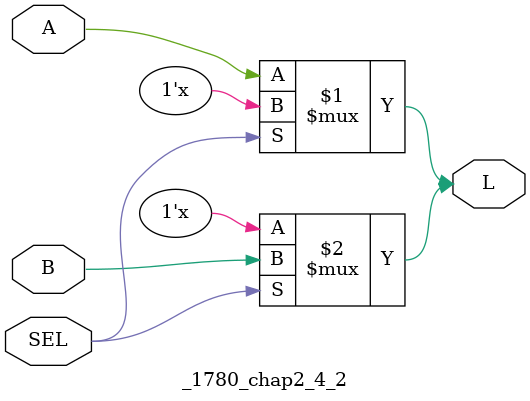
<source format=v>
module _1780_chap2_4_2 (A,B,SEL,L);
input A,B,SEL;
output L;
tri L;
bufif0 (L,A,SEL);
bufif1 (L,B,SEL);
endmodule
</source>
